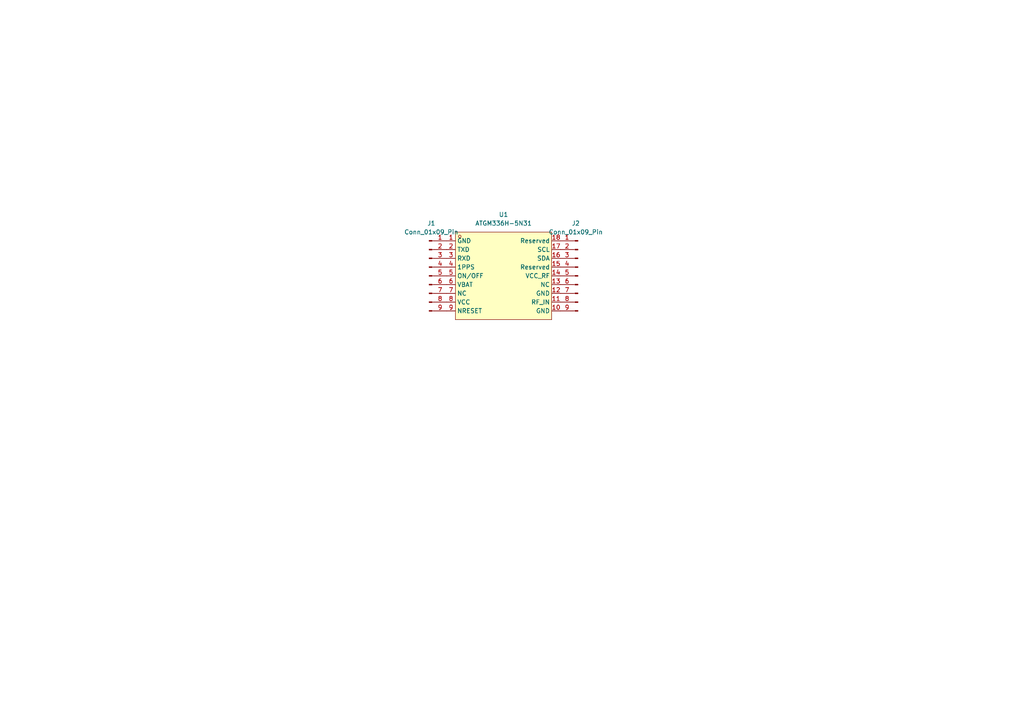
<source format=kicad_sch>
(kicad_sch (version 20230121) (generator eeschema)
  (paper "A4")
  (lib_symbols
    (symbol "Connector:Conn_01x09_Pin" (pin_names (offset 1.016) hide)
      (property "Reference" "J" (at 0 12.7 0))
      (property "Value" "Conn_01x09_Pin" (at 0 -12.7 0))
      (symbol "Conn_01x09_Pin_1_1"
        (polyline (pts (xy 1.27 -10.16) (xy 0.8636 -10.16)) (stroke (width 0.1524)))
        (polyline (pts (xy 1.27 -7.62) (xy 0.8636 -7.62)) (stroke (width 0.1524)))
        (polyline (pts (xy 1.27 -5.08) (xy 0.8636 -5.08)) (stroke (width 0.1524)))
        (polyline (pts (xy 1.27 -2.54) (xy 0.8636 -2.54)) (stroke (width 0.1524)))
        (polyline (pts (xy 1.27 0) (xy 0.8636 0)) (stroke (width 0.1524)))
        (polyline (pts (xy 1.27 2.54) (xy 0.8636 2.54)) (stroke (width 0.1524)))
        (polyline (pts (xy 1.27 5.08) (xy 0.8636 5.08)) (stroke (width 0.1524)))
        (polyline (pts (xy 1.27 7.62) (xy 0.8636 7.62)) (stroke (width 0.1524)))
        (polyline (pts (xy 1.27 10.16) (xy 0.8636 10.16)) (stroke (width 0.1524)))
        (rectangle (start 0.8636 -10.033) (end 0 -10.287) (stroke (width 0.1524)) (fill (type outline)))
        (rectangle (start 0.8636 -7.493) (end 0 -7.747) (stroke (width 0.1524)) (fill (type outline)))
        (rectangle (start 0.8636 -4.953) (end 0 -5.207) (stroke (width 0.1524)) (fill (type outline)))
        (rectangle (start 0.8636 -2.413) (end 0 -2.667) (stroke (width 0.1524)) (fill (type outline)))
        (rectangle (start 0.8636 0.127) (end 0 -0.127) (stroke (width 0.1524)) (fill (type outline)))
        (rectangle (start 0.8636 2.667) (end 0 2.413) (stroke (width 0.1524)) (fill (type outline)))
        (rectangle (start 0.8636 5.207) (end 0 4.953) (stroke (width 0.1524)) (fill (type outline)))
        (rectangle (start 0.8636 7.747) (end 0 7.493) (stroke (width 0.1524)) (fill (type outline)))
        (rectangle (start 0.8636 10.287) (end 0 10.033) (stroke (width 0.1524)) (fill (type outline)))
        (pin passive line (at 5.08 10.16 180) (length 3.81) (name "Pin_1") (number "1"))
        (pin passive line (at 5.08 7.62 180) (length 3.81) (name "Pin_2") (number "2"))
        (pin passive line (at 5.08 5.08 180) (length 3.81) (name "Pin_3") (number "3"))
        (pin passive line (at 5.08 2.54 180) (length 3.81) (name "Pin_4") (number "4"))
        (pin passive line (at 5.08 0 180) (length 3.81) (name "Pin_5") (number "5"))
        (pin passive line (at 5.08 -2.54 180) (length 3.81) (name "Pin_6") (number "6"))
        (pin passive line (at 5.08 -5.08 180) (length 3.81) (name "Pin_7") (number "7"))
        (pin passive line (at 5.08 -7.62 180) (length 3.81) (name "Pin_8") (number "8"))
        (pin passive line (at 5.08 -10.16 180) (length 3.81) (name "Pin_9") (number "9"))
      )
    )
    (symbol "PARTS:ATGM336H-5N31"
      (property "Reference" "U" (at 0 15.24 0))
      (property "Value" "ATGM336H-5N31" (at 0 -15.24 0))
      (symbol "ATGM336H-5N31_0_1"
        (rectangle (start -13.97 12.7) (end 13.97 -12.7) (fill (type background)))
        (circle (center -12.7 11.43) (radius 0.38))
        (pin unspecified line (at -16.51 10.16 0) (length 2.54) (name "GND") (number "1"))
        (pin unspecified line (at 16.51 -10.16 180) (length 2.54) (name "GND") (number "10"))
        (pin unspecified line (at 16.51 -7.62 180) (length 2.54) (name "RF_IN") (number "11"))
        (pin unspecified line (at 16.51 -5.08 180) (length 2.54) (name "GND") (number "12"))
        (pin unspecified line (at 16.51 -2.54 180) (length 2.54) (name "NC") (number "13"))
        (pin unspecified line (at 16.51 0 180) (length 2.54) (name "VCC_RF") (number "14"))
        (pin unspecified line (at 16.51 2.54 180) (length 2.54) (name "Reserved") (number "15"))
        (pin unspecified line (at 16.51 5.08 180) (length 2.54) (name "SDA") (number "16"))
        (pin unspecified line (at 16.51 7.62 180) (length 2.54) (name "SCL") (number "17"))
        (pin unspecified line (at 16.51 10.16 180) (length 2.54) (name "Reserved") (number "18"))
        (pin unspecified line (at -16.51 7.62 0) (length 2.54) (name "TXD") (number "2"))
        (pin unspecified line (at -16.51 5.08 0) (length 2.54) (name "RXD") (number "3"))
        (pin unspecified line (at -16.51 2.54 0) (length 2.54) (name "1PPS") (number "4"))
        (pin unspecified line (at -16.51 0 0) (length 2.54) (name "ON/OFF") (number "5"))
        (pin unspecified line (at -16.51 -2.54 0) (length 2.54) (name "VBAT") (number "6"))
        (pin unspecified line (at -16.51 -5.08 0) (length 2.54) (name "NC") (number "7"))
        (pin unspecified line (at -16.51 -7.62 0) (length 2.54) (name "VCC") (number "8"))
        (pin unspecified line (at -16.51 -10.16 0) (length 2.54) (name "NRESET") (number "9"))
      )
    )
  )
  (symbol (lib_id "PARTS:ATGM336H-5N31") (at 146.05 80.01 0) (unit 1)
    (property "Reference" "U1" (at 146.05 62.23 0))
    (property "Value" "ATGM336H-5N31" (at 146.05 64.77 0))
    (property "Footprint" "PARTS:GPSM-SMD_ATGM336H-TR" (effects hide))
    (property "Datasheet" "https://lcsc.com/product-detail/GSM-GPRS-GPS-Modules_ATGM336H-5N-3X_C90770.html" (effects hide))
    (property "LCSC Part" "C90770" (effects hide))
  )
  (symbol (lib_id "Connector:Conn_01x09_Pin") (at 124.46 80.01 0) (unit 1)
    (property "Reference" "J1" (at 125.095 64.77 0))
    (property "Value" "Conn_01x09_Pin" (at 125.095 67.31 0))
    (property "Footprint" "Connector_PinHeader_2.54mm:PinHeader_1x09_P2.54mm_Vertical" (effects hide))
  )
  (symbol (lib_id "Connector:Conn_01x09_Pin") (at 167.64 80.01 0) (mirror y) (unit 1)
    (property "Reference" "J2" (at 167.005 64.77 0))
    (property "Value" "Conn_01x09_Pin" (at 167.005 67.31 0))
    (property "Footprint" "Connector_PinHeader_2.54mm:PinHeader_1x09_P2.54mm_Vertical" (effects hide))
  )
)
</source>
